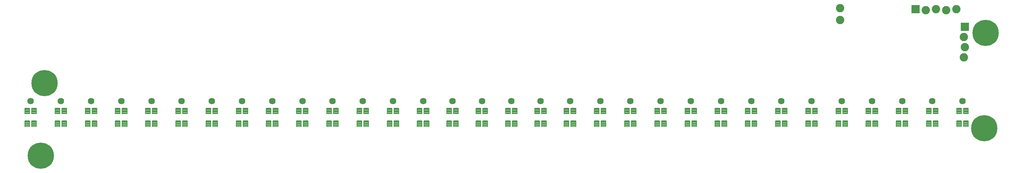
<source format=gbs>
G75*
G70*
%OFA0B0*%
%FSLAX24Y24*%
%IPPOS*%
%LPD*%
%AMOC8*
5,1,8,0,0,1.08239X$1,22.5*
%
%ADD10C,0.2580*%
%ADD11R,0.0820X0.0820*%
%ADD12C,0.0820*%
%ADD13C,0.0083*%
%ADD14C,0.0640*%
D10*
X002545Y002706D03*
X002925Y009846D03*
X095045Y005406D03*
X095185Y014766D03*
D11*
X093135Y015366D03*
X088325Y017126D03*
D12*
X089325Y017026D03*
X090325Y017126D03*
X091325Y017026D03*
X092325Y017126D03*
X080925Y017196D03*
X080925Y016056D03*
X093035Y014366D03*
X093135Y013366D03*
X093035Y012366D03*
D13*
X093010Y007380D02*
X093480Y007380D01*
X093480Y006832D01*
X093010Y006832D01*
X093010Y007380D01*
X093010Y006914D02*
X093480Y006914D01*
X093480Y006996D02*
X093010Y006996D01*
X093010Y007078D02*
X093480Y007078D01*
X093480Y007160D02*
X093010Y007160D01*
X093010Y007242D02*
X093480Y007242D01*
X093480Y007324D02*
X093010Y007324D01*
X092810Y007380D02*
X092340Y007380D01*
X092810Y007380D02*
X092810Y006832D01*
X092340Y006832D01*
X092340Y007380D01*
X092340Y006914D02*
X092810Y006914D01*
X092810Y006996D02*
X092340Y006996D01*
X092340Y007078D02*
X092810Y007078D01*
X092810Y007160D02*
X092340Y007160D01*
X092340Y007242D02*
X092810Y007242D01*
X092810Y007324D02*
X092340Y007324D01*
X090520Y007380D02*
X090050Y007380D01*
X090520Y007380D02*
X090520Y006832D01*
X090050Y006832D01*
X090050Y007380D01*
X090050Y006914D02*
X090520Y006914D01*
X090520Y006996D02*
X090050Y006996D01*
X090050Y007078D02*
X090520Y007078D01*
X090520Y007160D02*
X090050Y007160D01*
X090050Y007242D02*
X090520Y007242D01*
X090520Y007324D02*
X090050Y007324D01*
X089850Y007380D02*
X089380Y007380D01*
X089850Y007380D02*
X089850Y006832D01*
X089380Y006832D01*
X089380Y007380D01*
X089380Y006914D02*
X089850Y006914D01*
X089850Y006996D02*
X089380Y006996D01*
X089380Y007078D02*
X089850Y007078D01*
X089850Y007160D02*
X089380Y007160D01*
X089380Y007242D02*
X089850Y007242D01*
X089850Y007324D02*
X089380Y007324D01*
X087560Y007380D02*
X087090Y007380D01*
X087560Y007380D02*
X087560Y006832D01*
X087090Y006832D01*
X087090Y007380D01*
X087090Y006914D02*
X087560Y006914D01*
X087560Y006996D02*
X087090Y006996D01*
X087090Y007078D02*
X087560Y007078D01*
X087560Y007160D02*
X087090Y007160D01*
X087090Y007242D02*
X087560Y007242D01*
X087560Y007324D02*
X087090Y007324D01*
X086890Y007380D02*
X086420Y007380D01*
X086890Y007380D02*
X086890Y006832D01*
X086420Y006832D01*
X086420Y007380D01*
X086420Y006914D02*
X086890Y006914D01*
X086890Y006996D02*
X086420Y006996D01*
X086420Y007078D02*
X086890Y007078D01*
X086890Y007160D02*
X086420Y007160D01*
X086420Y007242D02*
X086890Y007242D01*
X086890Y007324D02*
X086420Y007324D01*
X084600Y007380D02*
X084130Y007380D01*
X084600Y007380D02*
X084600Y006832D01*
X084130Y006832D01*
X084130Y007380D01*
X084130Y006914D02*
X084600Y006914D01*
X084600Y006996D02*
X084130Y006996D01*
X084130Y007078D02*
X084600Y007078D01*
X084600Y007160D02*
X084130Y007160D01*
X084130Y007242D02*
X084600Y007242D01*
X084600Y007324D02*
X084130Y007324D01*
X083930Y007380D02*
X083460Y007380D01*
X083930Y007380D02*
X083930Y006832D01*
X083460Y006832D01*
X083460Y007380D01*
X083460Y006914D02*
X083930Y006914D01*
X083930Y006996D02*
X083460Y006996D01*
X083460Y007078D02*
X083930Y007078D01*
X083930Y007160D02*
X083460Y007160D01*
X083460Y007242D02*
X083930Y007242D01*
X083930Y007324D02*
X083460Y007324D01*
X081640Y007380D02*
X081170Y007380D01*
X081640Y007380D02*
X081640Y006832D01*
X081170Y006832D01*
X081170Y007380D01*
X081170Y006914D02*
X081640Y006914D01*
X081640Y006996D02*
X081170Y006996D01*
X081170Y007078D02*
X081640Y007078D01*
X081640Y007160D02*
X081170Y007160D01*
X081170Y007242D02*
X081640Y007242D01*
X081640Y007324D02*
X081170Y007324D01*
X080970Y007380D02*
X080500Y007380D01*
X080970Y007380D02*
X080970Y006832D01*
X080500Y006832D01*
X080500Y007380D01*
X080500Y006914D02*
X080970Y006914D01*
X080970Y006996D02*
X080500Y006996D01*
X080500Y007078D02*
X080970Y007078D01*
X080970Y007160D02*
X080500Y007160D01*
X080500Y007242D02*
X080970Y007242D01*
X080970Y007324D02*
X080500Y007324D01*
X078680Y007380D02*
X078210Y007380D01*
X078680Y007380D02*
X078680Y006832D01*
X078210Y006832D01*
X078210Y007380D01*
X078210Y006914D02*
X078680Y006914D01*
X078680Y006996D02*
X078210Y006996D01*
X078210Y007078D02*
X078680Y007078D01*
X078680Y007160D02*
X078210Y007160D01*
X078210Y007242D02*
X078680Y007242D01*
X078680Y007324D02*
X078210Y007324D01*
X078010Y007380D02*
X077540Y007380D01*
X078010Y007380D02*
X078010Y006832D01*
X077540Y006832D01*
X077540Y007380D01*
X077540Y006914D02*
X078010Y006914D01*
X078010Y006996D02*
X077540Y006996D01*
X077540Y007078D02*
X078010Y007078D01*
X078010Y007160D02*
X077540Y007160D01*
X077540Y007242D02*
X078010Y007242D01*
X078010Y007324D02*
X077540Y007324D01*
X075720Y007380D02*
X075250Y007380D01*
X075720Y007380D02*
X075720Y006832D01*
X075250Y006832D01*
X075250Y007380D01*
X075250Y006914D02*
X075720Y006914D01*
X075720Y006996D02*
X075250Y006996D01*
X075250Y007078D02*
X075720Y007078D01*
X075720Y007160D02*
X075250Y007160D01*
X075250Y007242D02*
X075720Y007242D01*
X075720Y007324D02*
X075250Y007324D01*
X075050Y007380D02*
X074580Y007380D01*
X075050Y007380D02*
X075050Y006832D01*
X074580Y006832D01*
X074580Y007380D01*
X074580Y006914D02*
X075050Y006914D01*
X075050Y006996D02*
X074580Y006996D01*
X074580Y007078D02*
X075050Y007078D01*
X075050Y007160D02*
X074580Y007160D01*
X074580Y007242D02*
X075050Y007242D01*
X075050Y007324D02*
X074580Y007324D01*
X072760Y007380D02*
X072290Y007380D01*
X072760Y007380D02*
X072760Y006832D01*
X072290Y006832D01*
X072290Y007380D01*
X072290Y006914D02*
X072760Y006914D01*
X072760Y006996D02*
X072290Y006996D01*
X072290Y007078D02*
X072760Y007078D01*
X072760Y007160D02*
X072290Y007160D01*
X072290Y007242D02*
X072760Y007242D01*
X072760Y007324D02*
X072290Y007324D01*
X072090Y007380D02*
X071620Y007380D01*
X072090Y007380D02*
X072090Y006832D01*
X071620Y006832D01*
X071620Y007380D01*
X071620Y006914D02*
X072090Y006914D01*
X072090Y006996D02*
X071620Y006996D01*
X071620Y007078D02*
X072090Y007078D01*
X072090Y007160D02*
X071620Y007160D01*
X071620Y007242D02*
X072090Y007242D01*
X072090Y007324D02*
X071620Y007324D01*
X069800Y007380D02*
X069330Y007380D01*
X069800Y007380D02*
X069800Y006832D01*
X069330Y006832D01*
X069330Y007380D01*
X069330Y006914D02*
X069800Y006914D01*
X069800Y006996D02*
X069330Y006996D01*
X069330Y007078D02*
X069800Y007078D01*
X069800Y007160D02*
X069330Y007160D01*
X069330Y007242D02*
X069800Y007242D01*
X069800Y007324D02*
X069330Y007324D01*
X069130Y007380D02*
X068660Y007380D01*
X069130Y007380D02*
X069130Y006832D01*
X068660Y006832D01*
X068660Y007380D01*
X068660Y006914D02*
X069130Y006914D01*
X069130Y006996D02*
X068660Y006996D01*
X068660Y007078D02*
X069130Y007078D01*
X069130Y007160D02*
X068660Y007160D01*
X068660Y007242D02*
X069130Y007242D01*
X069130Y007324D02*
X068660Y007324D01*
X066840Y007380D02*
X066370Y007380D01*
X066840Y007380D02*
X066840Y006832D01*
X066370Y006832D01*
X066370Y007380D01*
X066370Y006914D02*
X066840Y006914D01*
X066840Y006996D02*
X066370Y006996D01*
X066370Y007078D02*
X066840Y007078D01*
X066840Y007160D02*
X066370Y007160D01*
X066370Y007242D02*
X066840Y007242D01*
X066840Y007324D02*
X066370Y007324D01*
X066170Y007380D02*
X065700Y007380D01*
X066170Y007380D02*
X066170Y006832D01*
X065700Y006832D01*
X065700Y007380D01*
X065700Y006914D02*
X066170Y006914D01*
X066170Y006996D02*
X065700Y006996D01*
X065700Y007078D02*
X066170Y007078D01*
X066170Y007160D02*
X065700Y007160D01*
X065700Y007242D02*
X066170Y007242D01*
X066170Y007324D02*
X065700Y007324D01*
X063880Y007380D02*
X063410Y007380D01*
X063880Y007380D02*
X063880Y006832D01*
X063410Y006832D01*
X063410Y007380D01*
X063410Y006914D02*
X063880Y006914D01*
X063880Y006996D02*
X063410Y006996D01*
X063410Y007078D02*
X063880Y007078D01*
X063880Y007160D02*
X063410Y007160D01*
X063410Y007242D02*
X063880Y007242D01*
X063880Y007324D02*
X063410Y007324D01*
X063210Y007380D02*
X062740Y007380D01*
X063210Y007380D02*
X063210Y006832D01*
X062740Y006832D01*
X062740Y007380D01*
X062740Y006914D02*
X063210Y006914D01*
X063210Y006996D02*
X062740Y006996D01*
X062740Y007078D02*
X063210Y007078D01*
X063210Y007160D02*
X062740Y007160D01*
X062740Y007242D02*
X063210Y007242D01*
X063210Y007324D02*
X062740Y007324D01*
X060920Y007380D02*
X060450Y007380D01*
X060920Y007380D02*
X060920Y006832D01*
X060450Y006832D01*
X060450Y007380D01*
X060450Y006914D02*
X060920Y006914D01*
X060920Y006996D02*
X060450Y006996D01*
X060450Y007078D02*
X060920Y007078D01*
X060920Y007160D02*
X060450Y007160D01*
X060450Y007242D02*
X060920Y007242D01*
X060920Y007324D02*
X060450Y007324D01*
X060250Y007380D02*
X059780Y007380D01*
X060250Y007380D02*
X060250Y006832D01*
X059780Y006832D01*
X059780Y007380D01*
X059780Y006914D02*
X060250Y006914D01*
X060250Y006996D02*
X059780Y006996D01*
X059780Y007078D02*
X060250Y007078D01*
X060250Y007160D02*
X059780Y007160D01*
X059780Y007242D02*
X060250Y007242D01*
X060250Y007324D02*
X059780Y007324D01*
X057960Y007380D02*
X057490Y007380D01*
X057960Y007380D02*
X057960Y006832D01*
X057490Y006832D01*
X057490Y007380D01*
X057490Y006914D02*
X057960Y006914D01*
X057960Y006996D02*
X057490Y006996D01*
X057490Y007078D02*
X057960Y007078D01*
X057960Y007160D02*
X057490Y007160D01*
X057490Y007242D02*
X057960Y007242D01*
X057960Y007324D02*
X057490Y007324D01*
X057290Y007380D02*
X056820Y007380D01*
X057290Y007380D02*
X057290Y006832D01*
X056820Y006832D01*
X056820Y007380D01*
X056820Y006914D02*
X057290Y006914D01*
X057290Y006996D02*
X056820Y006996D01*
X056820Y007078D02*
X057290Y007078D01*
X057290Y007160D02*
X056820Y007160D01*
X056820Y007242D02*
X057290Y007242D01*
X057290Y007324D02*
X056820Y007324D01*
X055000Y007380D02*
X054530Y007380D01*
X055000Y007380D02*
X055000Y006832D01*
X054530Y006832D01*
X054530Y007380D01*
X054530Y006914D02*
X055000Y006914D01*
X055000Y006996D02*
X054530Y006996D01*
X054530Y007078D02*
X055000Y007078D01*
X055000Y007160D02*
X054530Y007160D01*
X054530Y007242D02*
X055000Y007242D01*
X055000Y007324D02*
X054530Y007324D01*
X054330Y007380D02*
X053860Y007380D01*
X054330Y007380D02*
X054330Y006832D01*
X053860Y006832D01*
X053860Y007380D01*
X053860Y006914D02*
X054330Y006914D01*
X054330Y006996D02*
X053860Y006996D01*
X053860Y007078D02*
X054330Y007078D01*
X054330Y007160D02*
X053860Y007160D01*
X053860Y007242D02*
X054330Y007242D01*
X054330Y007324D02*
X053860Y007324D01*
X052120Y007380D02*
X051650Y007380D01*
X052120Y007380D02*
X052120Y006832D01*
X051650Y006832D01*
X051650Y007380D01*
X051650Y006914D02*
X052120Y006914D01*
X052120Y006996D02*
X051650Y006996D01*
X051650Y007078D02*
X052120Y007078D01*
X052120Y007160D02*
X051650Y007160D01*
X051650Y007242D02*
X052120Y007242D01*
X052120Y007324D02*
X051650Y007324D01*
X051450Y007380D02*
X050980Y007380D01*
X051450Y007380D02*
X051450Y006832D01*
X050980Y006832D01*
X050980Y007380D01*
X050980Y006914D02*
X051450Y006914D01*
X051450Y006996D02*
X050980Y006996D01*
X050980Y007078D02*
X051450Y007078D01*
X051450Y007160D02*
X050980Y007160D01*
X050980Y007242D02*
X051450Y007242D01*
X051450Y007324D02*
X050980Y007324D01*
X049240Y007380D02*
X048770Y007380D01*
X049240Y007380D02*
X049240Y006832D01*
X048770Y006832D01*
X048770Y007380D01*
X048770Y006914D02*
X049240Y006914D01*
X049240Y006996D02*
X048770Y006996D01*
X048770Y007078D02*
X049240Y007078D01*
X049240Y007160D02*
X048770Y007160D01*
X048770Y007242D02*
X049240Y007242D01*
X049240Y007324D02*
X048770Y007324D01*
X048570Y007380D02*
X048100Y007380D01*
X048570Y007380D02*
X048570Y006832D01*
X048100Y006832D01*
X048100Y007380D01*
X048100Y006914D02*
X048570Y006914D01*
X048570Y006996D02*
X048100Y006996D01*
X048100Y007078D02*
X048570Y007078D01*
X048570Y007160D02*
X048100Y007160D01*
X048100Y007242D02*
X048570Y007242D01*
X048570Y007324D02*
X048100Y007324D01*
X046360Y007380D02*
X045890Y007380D01*
X046360Y007380D02*
X046360Y006832D01*
X045890Y006832D01*
X045890Y007380D01*
X045890Y006914D02*
X046360Y006914D01*
X046360Y006996D02*
X045890Y006996D01*
X045890Y007078D02*
X046360Y007078D01*
X046360Y007160D02*
X045890Y007160D01*
X045890Y007242D02*
X046360Y007242D01*
X046360Y007324D02*
X045890Y007324D01*
X045690Y007380D02*
X045220Y007380D01*
X045690Y007380D02*
X045690Y006832D01*
X045220Y006832D01*
X045220Y007380D01*
X045220Y006914D02*
X045690Y006914D01*
X045690Y006996D02*
X045220Y006996D01*
X045220Y007078D02*
X045690Y007078D01*
X045690Y007160D02*
X045220Y007160D01*
X045220Y007242D02*
X045690Y007242D01*
X045690Y007324D02*
X045220Y007324D01*
X043480Y007380D02*
X043010Y007380D01*
X043480Y007380D02*
X043480Y006832D01*
X043010Y006832D01*
X043010Y007380D01*
X043010Y006914D02*
X043480Y006914D01*
X043480Y006996D02*
X043010Y006996D01*
X043010Y007078D02*
X043480Y007078D01*
X043480Y007160D02*
X043010Y007160D01*
X043010Y007242D02*
X043480Y007242D01*
X043480Y007324D02*
X043010Y007324D01*
X042810Y007380D02*
X042340Y007380D01*
X042810Y007380D02*
X042810Y006832D01*
X042340Y006832D01*
X042340Y007380D01*
X042340Y006914D02*
X042810Y006914D01*
X042810Y006996D02*
X042340Y006996D01*
X042340Y007078D02*
X042810Y007078D01*
X042810Y007160D02*
X042340Y007160D01*
X042340Y007242D02*
X042810Y007242D01*
X042810Y007324D02*
X042340Y007324D01*
X040600Y007380D02*
X040130Y007380D01*
X040600Y007380D02*
X040600Y006832D01*
X040130Y006832D01*
X040130Y007380D01*
X040130Y006914D02*
X040600Y006914D01*
X040600Y006996D02*
X040130Y006996D01*
X040130Y007078D02*
X040600Y007078D01*
X040600Y007160D02*
X040130Y007160D01*
X040130Y007242D02*
X040600Y007242D01*
X040600Y007324D02*
X040130Y007324D01*
X039930Y007380D02*
X039460Y007380D01*
X039930Y007380D02*
X039930Y006832D01*
X039460Y006832D01*
X039460Y007380D01*
X039460Y006914D02*
X039930Y006914D01*
X039930Y006996D02*
X039460Y006996D01*
X039460Y007078D02*
X039930Y007078D01*
X039930Y007160D02*
X039460Y007160D01*
X039460Y007242D02*
X039930Y007242D01*
X039930Y007324D02*
X039460Y007324D01*
X037640Y007380D02*
X037170Y007380D01*
X037640Y007380D02*
X037640Y006832D01*
X037170Y006832D01*
X037170Y007380D01*
X037170Y006914D02*
X037640Y006914D01*
X037640Y006996D02*
X037170Y006996D01*
X037170Y007078D02*
X037640Y007078D01*
X037640Y007160D02*
X037170Y007160D01*
X037170Y007242D02*
X037640Y007242D01*
X037640Y007324D02*
X037170Y007324D01*
X036970Y007380D02*
X036500Y007380D01*
X036970Y007380D02*
X036970Y006832D01*
X036500Y006832D01*
X036500Y007380D01*
X036500Y006914D02*
X036970Y006914D01*
X036970Y006996D02*
X036500Y006996D01*
X036500Y007078D02*
X036970Y007078D01*
X036970Y007160D02*
X036500Y007160D01*
X036500Y007242D02*
X036970Y007242D01*
X036970Y007324D02*
X036500Y007324D01*
X034680Y007380D02*
X034210Y007380D01*
X034680Y007380D02*
X034680Y006832D01*
X034210Y006832D01*
X034210Y007380D01*
X034210Y006914D02*
X034680Y006914D01*
X034680Y006996D02*
X034210Y006996D01*
X034210Y007078D02*
X034680Y007078D01*
X034680Y007160D02*
X034210Y007160D01*
X034210Y007242D02*
X034680Y007242D01*
X034680Y007324D02*
X034210Y007324D01*
X034010Y007380D02*
X033540Y007380D01*
X034010Y007380D02*
X034010Y006832D01*
X033540Y006832D01*
X033540Y007380D01*
X033540Y006914D02*
X034010Y006914D01*
X034010Y006996D02*
X033540Y006996D01*
X033540Y007078D02*
X034010Y007078D01*
X034010Y007160D02*
X033540Y007160D01*
X033540Y007242D02*
X034010Y007242D01*
X034010Y007324D02*
X033540Y007324D01*
X031720Y007380D02*
X031250Y007380D01*
X031720Y007380D02*
X031720Y006832D01*
X031250Y006832D01*
X031250Y007380D01*
X031250Y006914D02*
X031720Y006914D01*
X031720Y006996D02*
X031250Y006996D01*
X031250Y007078D02*
X031720Y007078D01*
X031720Y007160D02*
X031250Y007160D01*
X031250Y007242D02*
X031720Y007242D01*
X031720Y007324D02*
X031250Y007324D01*
X031050Y007380D02*
X030580Y007380D01*
X031050Y007380D02*
X031050Y006832D01*
X030580Y006832D01*
X030580Y007380D01*
X030580Y006914D02*
X031050Y006914D01*
X031050Y006996D02*
X030580Y006996D01*
X030580Y007078D02*
X031050Y007078D01*
X031050Y007160D02*
X030580Y007160D01*
X030580Y007242D02*
X031050Y007242D01*
X031050Y007324D02*
X030580Y007324D01*
X028760Y007380D02*
X028290Y007380D01*
X028760Y007380D02*
X028760Y006832D01*
X028290Y006832D01*
X028290Y007380D01*
X028290Y006914D02*
X028760Y006914D01*
X028760Y006996D02*
X028290Y006996D01*
X028290Y007078D02*
X028760Y007078D01*
X028760Y007160D02*
X028290Y007160D01*
X028290Y007242D02*
X028760Y007242D01*
X028760Y007324D02*
X028290Y007324D01*
X028090Y007380D02*
X027620Y007380D01*
X028090Y007380D02*
X028090Y006832D01*
X027620Y006832D01*
X027620Y007380D01*
X027620Y006914D02*
X028090Y006914D01*
X028090Y006996D02*
X027620Y006996D01*
X027620Y007078D02*
X028090Y007078D01*
X028090Y007160D02*
X027620Y007160D01*
X027620Y007242D02*
X028090Y007242D01*
X028090Y007324D02*
X027620Y007324D01*
X025800Y007380D02*
X025330Y007380D01*
X025800Y007380D02*
X025800Y006832D01*
X025330Y006832D01*
X025330Y007380D01*
X025330Y006914D02*
X025800Y006914D01*
X025800Y006996D02*
X025330Y006996D01*
X025330Y007078D02*
X025800Y007078D01*
X025800Y007160D02*
X025330Y007160D01*
X025330Y007242D02*
X025800Y007242D01*
X025800Y007324D02*
X025330Y007324D01*
X025130Y007380D02*
X024660Y007380D01*
X025130Y007380D02*
X025130Y006832D01*
X024660Y006832D01*
X024660Y007380D01*
X024660Y006914D02*
X025130Y006914D01*
X025130Y006996D02*
X024660Y006996D01*
X024660Y007078D02*
X025130Y007078D01*
X025130Y007160D02*
X024660Y007160D01*
X024660Y007242D02*
X025130Y007242D01*
X025130Y007324D02*
X024660Y007324D01*
X022840Y007380D02*
X022370Y007380D01*
X022840Y007380D02*
X022840Y006832D01*
X022370Y006832D01*
X022370Y007380D01*
X022370Y006914D02*
X022840Y006914D01*
X022840Y006996D02*
X022370Y006996D01*
X022370Y007078D02*
X022840Y007078D01*
X022840Y007160D02*
X022370Y007160D01*
X022370Y007242D02*
X022840Y007242D01*
X022840Y007324D02*
X022370Y007324D01*
X022170Y007380D02*
X021700Y007380D01*
X022170Y007380D02*
X022170Y006832D01*
X021700Y006832D01*
X021700Y007380D01*
X021700Y006914D02*
X022170Y006914D01*
X022170Y006996D02*
X021700Y006996D01*
X021700Y007078D02*
X022170Y007078D01*
X022170Y007160D02*
X021700Y007160D01*
X021700Y007242D02*
X022170Y007242D01*
X022170Y007324D02*
X021700Y007324D01*
X019880Y007380D02*
X019410Y007380D01*
X019880Y007380D02*
X019880Y006832D01*
X019410Y006832D01*
X019410Y007380D01*
X019410Y006914D02*
X019880Y006914D01*
X019880Y006996D02*
X019410Y006996D01*
X019410Y007078D02*
X019880Y007078D01*
X019880Y007160D02*
X019410Y007160D01*
X019410Y007242D02*
X019880Y007242D01*
X019880Y007324D02*
X019410Y007324D01*
X019210Y007380D02*
X018740Y007380D01*
X019210Y007380D02*
X019210Y006832D01*
X018740Y006832D01*
X018740Y007380D01*
X018740Y006914D02*
X019210Y006914D01*
X019210Y006996D02*
X018740Y006996D01*
X018740Y007078D02*
X019210Y007078D01*
X019210Y007160D02*
X018740Y007160D01*
X018740Y007242D02*
X019210Y007242D01*
X019210Y007324D02*
X018740Y007324D01*
X016920Y007380D02*
X016450Y007380D01*
X016920Y007380D02*
X016920Y006832D01*
X016450Y006832D01*
X016450Y007380D01*
X016450Y006914D02*
X016920Y006914D01*
X016920Y006996D02*
X016450Y006996D01*
X016450Y007078D02*
X016920Y007078D01*
X016920Y007160D02*
X016450Y007160D01*
X016450Y007242D02*
X016920Y007242D01*
X016920Y007324D02*
X016450Y007324D01*
X016250Y007380D02*
X015780Y007380D01*
X016250Y007380D02*
X016250Y006832D01*
X015780Y006832D01*
X015780Y007380D01*
X015780Y006914D02*
X016250Y006914D01*
X016250Y006996D02*
X015780Y006996D01*
X015780Y007078D02*
X016250Y007078D01*
X016250Y007160D02*
X015780Y007160D01*
X015780Y007242D02*
X016250Y007242D01*
X016250Y007324D02*
X015780Y007324D01*
X013960Y007380D02*
X013490Y007380D01*
X013960Y007380D02*
X013960Y006832D01*
X013490Y006832D01*
X013490Y007380D01*
X013490Y006914D02*
X013960Y006914D01*
X013960Y006996D02*
X013490Y006996D01*
X013490Y007078D02*
X013960Y007078D01*
X013960Y007160D02*
X013490Y007160D01*
X013490Y007242D02*
X013960Y007242D01*
X013960Y007324D02*
X013490Y007324D01*
X013290Y007380D02*
X012820Y007380D01*
X013290Y007380D02*
X013290Y006832D01*
X012820Y006832D01*
X012820Y007380D01*
X012820Y006914D02*
X013290Y006914D01*
X013290Y006996D02*
X012820Y006996D01*
X012820Y007078D02*
X013290Y007078D01*
X013290Y007160D02*
X012820Y007160D01*
X012820Y007242D02*
X013290Y007242D01*
X013290Y007324D02*
X012820Y007324D01*
X011000Y007380D02*
X010530Y007380D01*
X011000Y007380D02*
X011000Y006832D01*
X010530Y006832D01*
X010530Y007380D01*
X010530Y006914D02*
X011000Y006914D01*
X011000Y006996D02*
X010530Y006996D01*
X010530Y007078D02*
X011000Y007078D01*
X011000Y007160D02*
X010530Y007160D01*
X010530Y007242D02*
X011000Y007242D01*
X011000Y007324D02*
X010530Y007324D01*
X010330Y007380D02*
X009860Y007380D01*
X010330Y007380D02*
X010330Y006832D01*
X009860Y006832D01*
X009860Y007380D01*
X009860Y006914D02*
X010330Y006914D01*
X010330Y006996D02*
X009860Y006996D01*
X009860Y007078D02*
X010330Y007078D01*
X010330Y007160D02*
X009860Y007160D01*
X009860Y007242D02*
X010330Y007242D01*
X010330Y007324D02*
X009860Y007324D01*
X008040Y007380D02*
X007570Y007380D01*
X008040Y007380D02*
X008040Y006832D01*
X007570Y006832D01*
X007570Y007380D01*
X007570Y006914D02*
X008040Y006914D01*
X008040Y006996D02*
X007570Y006996D01*
X007570Y007078D02*
X008040Y007078D01*
X008040Y007160D02*
X007570Y007160D01*
X007570Y007242D02*
X008040Y007242D01*
X008040Y007324D02*
X007570Y007324D01*
X007370Y007380D02*
X006900Y007380D01*
X007370Y007380D02*
X007370Y006832D01*
X006900Y006832D01*
X006900Y007380D01*
X006900Y006914D02*
X007370Y006914D01*
X007370Y006996D02*
X006900Y006996D01*
X006900Y007078D02*
X007370Y007078D01*
X007370Y007160D02*
X006900Y007160D01*
X006900Y007242D02*
X007370Y007242D01*
X007370Y007324D02*
X006900Y007324D01*
X005080Y007380D02*
X004610Y007380D01*
X005080Y007380D02*
X005080Y006832D01*
X004610Y006832D01*
X004610Y007380D01*
X004610Y006914D02*
X005080Y006914D01*
X005080Y006996D02*
X004610Y006996D01*
X004610Y007078D02*
X005080Y007078D01*
X005080Y007160D02*
X004610Y007160D01*
X004610Y007242D02*
X005080Y007242D01*
X005080Y007324D02*
X004610Y007324D01*
X004410Y007380D02*
X003940Y007380D01*
X004410Y007380D02*
X004410Y006832D01*
X003940Y006832D01*
X003940Y007380D01*
X003940Y006914D02*
X004410Y006914D01*
X004410Y006996D02*
X003940Y006996D01*
X003940Y007078D02*
X004410Y007078D01*
X004410Y007160D02*
X003940Y007160D01*
X003940Y007242D02*
X004410Y007242D01*
X004410Y007324D02*
X003940Y007324D01*
X002120Y007380D02*
X001650Y007380D01*
X002120Y007380D02*
X002120Y006832D01*
X001650Y006832D01*
X001650Y007380D01*
X001650Y006914D02*
X002120Y006914D01*
X002120Y006996D02*
X001650Y006996D01*
X001650Y007078D02*
X002120Y007078D01*
X002120Y007160D02*
X001650Y007160D01*
X001650Y007242D02*
X002120Y007242D01*
X002120Y007324D02*
X001650Y007324D01*
X001450Y007380D02*
X000980Y007380D01*
X001450Y007380D02*
X001450Y006832D01*
X000980Y006832D01*
X000980Y007380D01*
X000980Y006914D02*
X001450Y006914D01*
X001450Y006996D02*
X000980Y006996D01*
X000980Y007078D02*
X001450Y007078D01*
X001450Y007160D02*
X000980Y007160D01*
X000980Y007242D02*
X001450Y007242D01*
X001450Y007324D02*
X000980Y007324D01*
X000980Y006140D02*
X001450Y006140D01*
X001450Y005592D01*
X000980Y005592D01*
X000980Y006140D01*
X000980Y005674D02*
X001450Y005674D01*
X001450Y005756D02*
X000980Y005756D01*
X000980Y005838D02*
X001450Y005838D01*
X001450Y005920D02*
X000980Y005920D01*
X000980Y006002D02*
X001450Y006002D01*
X001450Y006084D02*
X000980Y006084D01*
X001650Y006140D02*
X002120Y006140D01*
X002120Y005592D01*
X001650Y005592D01*
X001650Y006140D01*
X001650Y005674D02*
X002120Y005674D01*
X002120Y005756D02*
X001650Y005756D01*
X001650Y005838D02*
X002120Y005838D01*
X002120Y005920D02*
X001650Y005920D01*
X001650Y006002D02*
X002120Y006002D01*
X002120Y006084D02*
X001650Y006084D01*
X003940Y006140D02*
X004410Y006140D01*
X004410Y005592D01*
X003940Y005592D01*
X003940Y006140D01*
X003940Y005674D02*
X004410Y005674D01*
X004410Y005756D02*
X003940Y005756D01*
X003940Y005838D02*
X004410Y005838D01*
X004410Y005920D02*
X003940Y005920D01*
X003940Y006002D02*
X004410Y006002D01*
X004410Y006084D02*
X003940Y006084D01*
X004610Y006140D02*
X005080Y006140D01*
X005080Y005592D01*
X004610Y005592D01*
X004610Y006140D01*
X004610Y005674D02*
X005080Y005674D01*
X005080Y005756D02*
X004610Y005756D01*
X004610Y005838D02*
X005080Y005838D01*
X005080Y005920D02*
X004610Y005920D01*
X004610Y006002D02*
X005080Y006002D01*
X005080Y006084D02*
X004610Y006084D01*
X006900Y006140D02*
X007370Y006140D01*
X007370Y005592D01*
X006900Y005592D01*
X006900Y006140D01*
X006900Y005674D02*
X007370Y005674D01*
X007370Y005756D02*
X006900Y005756D01*
X006900Y005838D02*
X007370Y005838D01*
X007370Y005920D02*
X006900Y005920D01*
X006900Y006002D02*
X007370Y006002D01*
X007370Y006084D02*
X006900Y006084D01*
X007570Y006140D02*
X008040Y006140D01*
X008040Y005592D01*
X007570Y005592D01*
X007570Y006140D01*
X007570Y005674D02*
X008040Y005674D01*
X008040Y005756D02*
X007570Y005756D01*
X007570Y005838D02*
X008040Y005838D01*
X008040Y005920D02*
X007570Y005920D01*
X007570Y006002D02*
X008040Y006002D01*
X008040Y006084D02*
X007570Y006084D01*
X009860Y006140D02*
X010330Y006140D01*
X010330Y005592D01*
X009860Y005592D01*
X009860Y006140D01*
X009860Y005674D02*
X010330Y005674D01*
X010330Y005756D02*
X009860Y005756D01*
X009860Y005838D02*
X010330Y005838D01*
X010330Y005920D02*
X009860Y005920D01*
X009860Y006002D02*
X010330Y006002D01*
X010330Y006084D02*
X009860Y006084D01*
X010530Y006140D02*
X011000Y006140D01*
X011000Y005592D01*
X010530Y005592D01*
X010530Y006140D01*
X010530Y005674D02*
X011000Y005674D01*
X011000Y005756D02*
X010530Y005756D01*
X010530Y005838D02*
X011000Y005838D01*
X011000Y005920D02*
X010530Y005920D01*
X010530Y006002D02*
X011000Y006002D01*
X011000Y006084D02*
X010530Y006084D01*
X012820Y006140D02*
X013290Y006140D01*
X013290Y005592D01*
X012820Y005592D01*
X012820Y006140D01*
X012820Y005674D02*
X013290Y005674D01*
X013290Y005756D02*
X012820Y005756D01*
X012820Y005838D02*
X013290Y005838D01*
X013290Y005920D02*
X012820Y005920D01*
X012820Y006002D02*
X013290Y006002D01*
X013290Y006084D02*
X012820Y006084D01*
X013490Y006140D02*
X013960Y006140D01*
X013960Y005592D01*
X013490Y005592D01*
X013490Y006140D01*
X013490Y005674D02*
X013960Y005674D01*
X013960Y005756D02*
X013490Y005756D01*
X013490Y005838D02*
X013960Y005838D01*
X013960Y005920D02*
X013490Y005920D01*
X013490Y006002D02*
X013960Y006002D01*
X013960Y006084D02*
X013490Y006084D01*
X015780Y006140D02*
X016250Y006140D01*
X016250Y005592D01*
X015780Y005592D01*
X015780Y006140D01*
X015780Y005674D02*
X016250Y005674D01*
X016250Y005756D02*
X015780Y005756D01*
X015780Y005838D02*
X016250Y005838D01*
X016250Y005920D02*
X015780Y005920D01*
X015780Y006002D02*
X016250Y006002D01*
X016250Y006084D02*
X015780Y006084D01*
X016450Y006140D02*
X016920Y006140D01*
X016920Y005592D01*
X016450Y005592D01*
X016450Y006140D01*
X016450Y005674D02*
X016920Y005674D01*
X016920Y005756D02*
X016450Y005756D01*
X016450Y005838D02*
X016920Y005838D01*
X016920Y005920D02*
X016450Y005920D01*
X016450Y006002D02*
X016920Y006002D01*
X016920Y006084D02*
X016450Y006084D01*
X018740Y006140D02*
X019210Y006140D01*
X019210Y005592D01*
X018740Y005592D01*
X018740Y006140D01*
X018740Y005674D02*
X019210Y005674D01*
X019210Y005756D02*
X018740Y005756D01*
X018740Y005838D02*
X019210Y005838D01*
X019210Y005920D02*
X018740Y005920D01*
X018740Y006002D02*
X019210Y006002D01*
X019210Y006084D02*
X018740Y006084D01*
X019410Y006140D02*
X019880Y006140D01*
X019880Y005592D01*
X019410Y005592D01*
X019410Y006140D01*
X019410Y005674D02*
X019880Y005674D01*
X019880Y005756D02*
X019410Y005756D01*
X019410Y005838D02*
X019880Y005838D01*
X019880Y005920D02*
X019410Y005920D01*
X019410Y006002D02*
X019880Y006002D01*
X019880Y006084D02*
X019410Y006084D01*
X021700Y006140D02*
X022170Y006140D01*
X022170Y005592D01*
X021700Y005592D01*
X021700Y006140D01*
X021700Y005674D02*
X022170Y005674D01*
X022170Y005756D02*
X021700Y005756D01*
X021700Y005838D02*
X022170Y005838D01*
X022170Y005920D02*
X021700Y005920D01*
X021700Y006002D02*
X022170Y006002D01*
X022170Y006084D02*
X021700Y006084D01*
X022370Y006140D02*
X022840Y006140D01*
X022840Y005592D01*
X022370Y005592D01*
X022370Y006140D01*
X022370Y005674D02*
X022840Y005674D01*
X022840Y005756D02*
X022370Y005756D01*
X022370Y005838D02*
X022840Y005838D01*
X022840Y005920D02*
X022370Y005920D01*
X022370Y006002D02*
X022840Y006002D01*
X022840Y006084D02*
X022370Y006084D01*
X024660Y006140D02*
X025130Y006140D01*
X025130Y005592D01*
X024660Y005592D01*
X024660Y006140D01*
X024660Y005674D02*
X025130Y005674D01*
X025130Y005756D02*
X024660Y005756D01*
X024660Y005838D02*
X025130Y005838D01*
X025130Y005920D02*
X024660Y005920D01*
X024660Y006002D02*
X025130Y006002D01*
X025130Y006084D02*
X024660Y006084D01*
X025330Y006140D02*
X025800Y006140D01*
X025800Y005592D01*
X025330Y005592D01*
X025330Y006140D01*
X025330Y005674D02*
X025800Y005674D01*
X025800Y005756D02*
X025330Y005756D01*
X025330Y005838D02*
X025800Y005838D01*
X025800Y005920D02*
X025330Y005920D01*
X025330Y006002D02*
X025800Y006002D01*
X025800Y006084D02*
X025330Y006084D01*
X027620Y006140D02*
X028090Y006140D01*
X028090Y005592D01*
X027620Y005592D01*
X027620Y006140D01*
X027620Y005674D02*
X028090Y005674D01*
X028090Y005756D02*
X027620Y005756D01*
X027620Y005838D02*
X028090Y005838D01*
X028090Y005920D02*
X027620Y005920D01*
X027620Y006002D02*
X028090Y006002D01*
X028090Y006084D02*
X027620Y006084D01*
X028290Y006140D02*
X028760Y006140D01*
X028760Y005592D01*
X028290Y005592D01*
X028290Y006140D01*
X028290Y005674D02*
X028760Y005674D01*
X028760Y005756D02*
X028290Y005756D01*
X028290Y005838D02*
X028760Y005838D01*
X028760Y005920D02*
X028290Y005920D01*
X028290Y006002D02*
X028760Y006002D01*
X028760Y006084D02*
X028290Y006084D01*
X030580Y006140D02*
X031050Y006140D01*
X031050Y005592D01*
X030580Y005592D01*
X030580Y006140D01*
X030580Y005674D02*
X031050Y005674D01*
X031050Y005756D02*
X030580Y005756D01*
X030580Y005838D02*
X031050Y005838D01*
X031050Y005920D02*
X030580Y005920D01*
X030580Y006002D02*
X031050Y006002D01*
X031050Y006084D02*
X030580Y006084D01*
X031250Y006140D02*
X031720Y006140D01*
X031720Y005592D01*
X031250Y005592D01*
X031250Y006140D01*
X031250Y005674D02*
X031720Y005674D01*
X031720Y005756D02*
X031250Y005756D01*
X031250Y005838D02*
X031720Y005838D01*
X031720Y005920D02*
X031250Y005920D01*
X031250Y006002D02*
X031720Y006002D01*
X031720Y006084D02*
X031250Y006084D01*
X033540Y006140D02*
X034010Y006140D01*
X034010Y005592D01*
X033540Y005592D01*
X033540Y006140D01*
X033540Y005674D02*
X034010Y005674D01*
X034010Y005756D02*
X033540Y005756D01*
X033540Y005838D02*
X034010Y005838D01*
X034010Y005920D02*
X033540Y005920D01*
X033540Y006002D02*
X034010Y006002D01*
X034010Y006084D02*
X033540Y006084D01*
X034210Y006140D02*
X034680Y006140D01*
X034680Y005592D01*
X034210Y005592D01*
X034210Y006140D01*
X034210Y005674D02*
X034680Y005674D01*
X034680Y005756D02*
X034210Y005756D01*
X034210Y005838D02*
X034680Y005838D01*
X034680Y005920D02*
X034210Y005920D01*
X034210Y006002D02*
X034680Y006002D01*
X034680Y006084D02*
X034210Y006084D01*
X036500Y006140D02*
X036970Y006140D01*
X036970Y005592D01*
X036500Y005592D01*
X036500Y006140D01*
X036500Y005674D02*
X036970Y005674D01*
X036970Y005756D02*
X036500Y005756D01*
X036500Y005838D02*
X036970Y005838D01*
X036970Y005920D02*
X036500Y005920D01*
X036500Y006002D02*
X036970Y006002D01*
X036970Y006084D02*
X036500Y006084D01*
X037170Y006140D02*
X037640Y006140D01*
X037640Y005592D01*
X037170Y005592D01*
X037170Y006140D01*
X037170Y005674D02*
X037640Y005674D01*
X037640Y005756D02*
X037170Y005756D01*
X037170Y005838D02*
X037640Y005838D01*
X037640Y005920D02*
X037170Y005920D01*
X037170Y006002D02*
X037640Y006002D01*
X037640Y006084D02*
X037170Y006084D01*
X039460Y006140D02*
X039930Y006140D01*
X039930Y005592D01*
X039460Y005592D01*
X039460Y006140D01*
X039460Y005674D02*
X039930Y005674D01*
X039930Y005756D02*
X039460Y005756D01*
X039460Y005838D02*
X039930Y005838D01*
X039930Y005920D02*
X039460Y005920D01*
X039460Y006002D02*
X039930Y006002D01*
X039930Y006084D02*
X039460Y006084D01*
X040130Y006140D02*
X040600Y006140D01*
X040600Y005592D01*
X040130Y005592D01*
X040130Y006140D01*
X040130Y005674D02*
X040600Y005674D01*
X040600Y005756D02*
X040130Y005756D01*
X040130Y005838D02*
X040600Y005838D01*
X040600Y005920D02*
X040130Y005920D01*
X040130Y006002D02*
X040600Y006002D01*
X040600Y006084D02*
X040130Y006084D01*
X042340Y006140D02*
X042810Y006140D01*
X042810Y005592D01*
X042340Y005592D01*
X042340Y006140D01*
X042340Y005674D02*
X042810Y005674D01*
X042810Y005756D02*
X042340Y005756D01*
X042340Y005838D02*
X042810Y005838D01*
X042810Y005920D02*
X042340Y005920D01*
X042340Y006002D02*
X042810Y006002D01*
X042810Y006084D02*
X042340Y006084D01*
X043010Y006140D02*
X043480Y006140D01*
X043480Y005592D01*
X043010Y005592D01*
X043010Y006140D01*
X043010Y005674D02*
X043480Y005674D01*
X043480Y005756D02*
X043010Y005756D01*
X043010Y005838D02*
X043480Y005838D01*
X043480Y005920D02*
X043010Y005920D01*
X043010Y006002D02*
X043480Y006002D01*
X043480Y006084D02*
X043010Y006084D01*
X045220Y006140D02*
X045690Y006140D01*
X045690Y005592D01*
X045220Y005592D01*
X045220Y006140D01*
X045220Y005674D02*
X045690Y005674D01*
X045690Y005756D02*
X045220Y005756D01*
X045220Y005838D02*
X045690Y005838D01*
X045690Y005920D02*
X045220Y005920D01*
X045220Y006002D02*
X045690Y006002D01*
X045690Y006084D02*
X045220Y006084D01*
X045890Y006140D02*
X046360Y006140D01*
X046360Y005592D01*
X045890Y005592D01*
X045890Y006140D01*
X045890Y005674D02*
X046360Y005674D01*
X046360Y005756D02*
X045890Y005756D01*
X045890Y005838D02*
X046360Y005838D01*
X046360Y005920D02*
X045890Y005920D01*
X045890Y006002D02*
X046360Y006002D01*
X046360Y006084D02*
X045890Y006084D01*
X048100Y006140D02*
X048570Y006140D01*
X048570Y005592D01*
X048100Y005592D01*
X048100Y006140D01*
X048100Y005674D02*
X048570Y005674D01*
X048570Y005756D02*
X048100Y005756D01*
X048100Y005838D02*
X048570Y005838D01*
X048570Y005920D02*
X048100Y005920D01*
X048100Y006002D02*
X048570Y006002D01*
X048570Y006084D02*
X048100Y006084D01*
X048770Y006140D02*
X049240Y006140D01*
X049240Y005592D01*
X048770Y005592D01*
X048770Y006140D01*
X048770Y005674D02*
X049240Y005674D01*
X049240Y005756D02*
X048770Y005756D01*
X048770Y005838D02*
X049240Y005838D01*
X049240Y005920D02*
X048770Y005920D01*
X048770Y006002D02*
X049240Y006002D01*
X049240Y006084D02*
X048770Y006084D01*
X050980Y006140D02*
X051450Y006140D01*
X051450Y005592D01*
X050980Y005592D01*
X050980Y006140D01*
X050980Y005674D02*
X051450Y005674D01*
X051450Y005756D02*
X050980Y005756D01*
X050980Y005838D02*
X051450Y005838D01*
X051450Y005920D02*
X050980Y005920D01*
X050980Y006002D02*
X051450Y006002D01*
X051450Y006084D02*
X050980Y006084D01*
X051650Y006140D02*
X052120Y006140D01*
X052120Y005592D01*
X051650Y005592D01*
X051650Y006140D01*
X051650Y005674D02*
X052120Y005674D01*
X052120Y005756D02*
X051650Y005756D01*
X051650Y005838D02*
X052120Y005838D01*
X052120Y005920D02*
X051650Y005920D01*
X051650Y006002D02*
X052120Y006002D01*
X052120Y006084D02*
X051650Y006084D01*
X053860Y006140D02*
X054330Y006140D01*
X054330Y005592D01*
X053860Y005592D01*
X053860Y006140D01*
X053860Y005674D02*
X054330Y005674D01*
X054330Y005756D02*
X053860Y005756D01*
X053860Y005838D02*
X054330Y005838D01*
X054330Y005920D02*
X053860Y005920D01*
X053860Y006002D02*
X054330Y006002D01*
X054330Y006084D02*
X053860Y006084D01*
X054530Y006140D02*
X055000Y006140D01*
X055000Y005592D01*
X054530Y005592D01*
X054530Y006140D01*
X054530Y005674D02*
X055000Y005674D01*
X055000Y005756D02*
X054530Y005756D01*
X054530Y005838D02*
X055000Y005838D01*
X055000Y005920D02*
X054530Y005920D01*
X054530Y006002D02*
X055000Y006002D01*
X055000Y006084D02*
X054530Y006084D01*
X056820Y006140D02*
X057290Y006140D01*
X057290Y005592D01*
X056820Y005592D01*
X056820Y006140D01*
X056820Y005674D02*
X057290Y005674D01*
X057290Y005756D02*
X056820Y005756D01*
X056820Y005838D02*
X057290Y005838D01*
X057290Y005920D02*
X056820Y005920D01*
X056820Y006002D02*
X057290Y006002D01*
X057290Y006084D02*
X056820Y006084D01*
X057490Y006140D02*
X057960Y006140D01*
X057960Y005592D01*
X057490Y005592D01*
X057490Y006140D01*
X057490Y005674D02*
X057960Y005674D01*
X057960Y005756D02*
X057490Y005756D01*
X057490Y005838D02*
X057960Y005838D01*
X057960Y005920D02*
X057490Y005920D01*
X057490Y006002D02*
X057960Y006002D01*
X057960Y006084D02*
X057490Y006084D01*
X059780Y006140D02*
X060250Y006140D01*
X060250Y005592D01*
X059780Y005592D01*
X059780Y006140D01*
X059780Y005674D02*
X060250Y005674D01*
X060250Y005756D02*
X059780Y005756D01*
X059780Y005838D02*
X060250Y005838D01*
X060250Y005920D02*
X059780Y005920D01*
X059780Y006002D02*
X060250Y006002D01*
X060250Y006084D02*
X059780Y006084D01*
X060450Y006140D02*
X060920Y006140D01*
X060920Y005592D01*
X060450Y005592D01*
X060450Y006140D01*
X060450Y005674D02*
X060920Y005674D01*
X060920Y005756D02*
X060450Y005756D01*
X060450Y005838D02*
X060920Y005838D01*
X060920Y005920D02*
X060450Y005920D01*
X060450Y006002D02*
X060920Y006002D01*
X060920Y006084D02*
X060450Y006084D01*
X062740Y006140D02*
X063210Y006140D01*
X063210Y005592D01*
X062740Y005592D01*
X062740Y006140D01*
X062740Y005674D02*
X063210Y005674D01*
X063210Y005756D02*
X062740Y005756D01*
X062740Y005838D02*
X063210Y005838D01*
X063210Y005920D02*
X062740Y005920D01*
X062740Y006002D02*
X063210Y006002D01*
X063210Y006084D02*
X062740Y006084D01*
X063410Y006140D02*
X063880Y006140D01*
X063880Y005592D01*
X063410Y005592D01*
X063410Y006140D01*
X063410Y005674D02*
X063880Y005674D01*
X063880Y005756D02*
X063410Y005756D01*
X063410Y005838D02*
X063880Y005838D01*
X063880Y005920D02*
X063410Y005920D01*
X063410Y006002D02*
X063880Y006002D01*
X063880Y006084D02*
X063410Y006084D01*
X065700Y006140D02*
X066170Y006140D01*
X066170Y005592D01*
X065700Y005592D01*
X065700Y006140D01*
X065700Y005674D02*
X066170Y005674D01*
X066170Y005756D02*
X065700Y005756D01*
X065700Y005838D02*
X066170Y005838D01*
X066170Y005920D02*
X065700Y005920D01*
X065700Y006002D02*
X066170Y006002D01*
X066170Y006084D02*
X065700Y006084D01*
X066370Y006140D02*
X066840Y006140D01*
X066840Y005592D01*
X066370Y005592D01*
X066370Y006140D01*
X066370Y005674D02*
X066840Y005674D01*
X066840Y005756D02*
X066370Y005756D01*
X066370Y005838D02*
X066840Y005838D01*
X066840Y005920D02*
X066370Y005920D01*
X066370Y006002D02*
X066840Y006002D01*
X066840Y006084D02*
X066370Y006084D01*
X068660Y006140D02*
X069130Y006140D01*
X069130Y005592D01*
X068660Y005592D01*
X068660Y006140D01*
X068660Y005674D02*
X069130Y005674D01*
X069130Y005756D02*
X068660Y005756D01*
X068660Y005838D02*
X069130Y005838D01*
X069130Y005920D02*
X068660Y005920D01*
X068660Y006002D02*
X069130Y006002D01*
X069130Y006084D02*
X068660Y006084D01*
X069330Y006140D02*
X069800Y006140D01*
X069800Y005592D01*
X069330Y005592D01*
X069330Y006140D01*
X069330Y005674D02*
X069800Y005674D01*
X069800Y005756D02*
X069330Y005756D01*
X069330Y005838D02*
X069800Y005838D01*
X069800Y005920D02*
X069330Y005920D01*
X069330Y006002D02*
X069800Y006002D01*
X069800Y006084D02*
X069330Y006084D01*
X071620Y006140D02*
X072090Y006140D01*
X072090Y005592D01*
X071620Y005592D01*
X071620Y006140D01*
X071620Y005674D02*
X072090Y005674D01*
X072090Y005756D02*
X071620Y005756D01*
X071620Y005838D02*
X072090Y005838D01*
X072090Y005920D02*
X071620Y005920D01*
X071620Y006002D02*
X072090Y006002D01*
X072090Y006084D02*
X071620Y006084D01*
X072290Y006140D02*
X072760Y006140D01*
X072760Y005592D01*
X072290Y005592D01*
X072290Y006140D01*
X072290Y005674D02*
X072760Y005674D01*
X072760Y005756D02*
X072290Y005756D01*
X072290Y005838D02*
X072760Y005838D01*
X072760Y005920D02*
X072290Y005920D01*
X072290Y006002D02*
X072760Y006002D01*
X072760Y006084D02*
X072290Y006084D01*
X074580Y006140D02*
X075050Y006140D01*
X075050Y005592D01*
X074580Y005592D01*
X074580Y006140D01*
X074580Y005674D02*
X075050Y005674D01*
X075050Y005756D02*
X074580Y005756D01*
X074580Y005838D02*
X075050Y005838D01*
X075050Y005920D02*
X074580Y005920D01*
X074580Y006002D02*
X075050Y006002D01*
X075050Y006084D02*
X074580Y006084D01*
X075250Y006140D02*
X075720Y006140D01*
X075720Y005592D01*
X075250Y005592D01*
X075250Y006140D01*
X075250Y005674D02*
X075720Y005674D01*
X075720Y005756D02*
X075250Y005756D01*
X075250Y005838D02*
X075720Y005838D01*
X075720Y005920D02*
X075250Y005920D01*
X075250Y006002D02*
X075720Y006002D01*
X075720Y006084D02*
X075250Y006084D01*
X077540Y006140D02*
X078010Y006140D01*
X078010Y005592D01*
X077540Y005592D01*
X077540Y006140D01*
X077540Y005674D02*
X078010Y005674D01*
X078010Y005756D02*
X077540Y005756D01*
X077540Y005838D02*
X078010Y005838D01*
X078010Y005920D02*
X077540Y005920D01*
X077540Y006002D02*
X078010Y006002D01*
X078010Y006084D02*
X077540Y006084D01*
X078210Y006140D02*
X078680Y006140D01*
X078680Y005592D01*
X078210Y005592D01*
X078210Y006140D01*
X078210Y005674D02*
X078680Y005674D01*
X078680Y005756D02*
X078210Y005756D01*
X078210Y005838D02*
X078680Y005838D01*
X078680Y005920D02*
X078210Y005920D01*
X078210Y006002D02*
X078680Y006002D01*
X078680Y006084D02*
X078210Y006084D01*
X080500Y006140D02*
X080970Y006140D01*
X080970Y005592D01*
X080500Y005592D01*
X080500Y006140D01*
X080500Y005674D02*
X080970Y005674D01*
X080970Y005756D02*
X080500Y005756D01*
X080500Y005838D02*
X080970Y005838D01*
X080970Y005920D02*
X080500Y005920D01*
X080500Y006002D02*
X080970Y006002D01*
X080970Y006084D02*
X080500Y006084D01*
X081170Y006140D02*
X081640Y006140D01*
X081640Y005592D01*
X081170Y005592D01*
X081170Y006140D01*
X081170Y005674D02*
X081640Y005674D01*
X081640Y005756D02*
X081170Y005756D01*
X081170Y005838D02*
X081640Y005838D01*
X081640Y005920D02*
X081170Y005920D01*
X081170Y006002D02*
X081640Y006002D01*
X081640Y006084D02*
X081170Y006084D01*
X083460Y006140D02*
X083930Y006140D01*
X083930Y005592D01*
X083460Y005592D01*
X083460Y006140D01*
X083460Y005674D02*
X083930Y005674D01*
X083930Y005756D02*
X083460Y005756D01*
X083460Y005838D02*
X083930Y005838D01*
X083930Y005920D02*
X083460Y005920D01*
X083460Y006002D02*
X083930Y006002D01*
X083930Y006084D02*
X083460Y006084D01*
X084130Y006140D02*
X084600Y006140D01*
X084600Y005592D01*
X084130Y005592D01*
X084130Y006140D01*
X084130Y005674D02*
X084600Y005674D01*
X084600Y005756D02*
X084130Y005756D01*
X084130Y005838D02*
X084600Y005838D01*
X084600Y005920D02*
X084130Y005920D01*
X084130Y006002D02*
X084600Y006002D01*
X084600Y006084D02*
X084130Y006084D01*
X086420Y006140D02*
X086890Y006140D01*
X086890Y005592D01*
X086420Y005592D01*
X086420Y006140D01*
X086420Y005674D02*
X086890Y005674D01*
X086890Y005756D02*
X086420Y005756D01*
X086420Y005838D02*
X086890Y005838D01*
X086890Y005920D02*
X086420Y005920D01*
X086420Y006002D02*
X086890Y006002D01*
X086890Y006084D02*
X086420Y006084D01*
X087090Y006140D02*
X087560Y006140D01*
X087560Y005592D01*
X087090Y005592D01*
X087090Y006140D01*
X087090Y005674D02*
X087560Y005674D01*
X087560Y005756D02*
X087090Y005756D01*
X087090Y005838D02*
X087560Y005838D01*
X087560Y005920D02*
X087090Y005920D01*
X087090Y006002D02*
X087560Y006002D01*
X087560Y006084D02*
X087090Y006084D01*
X089380Y006140D02*
X089850Y006140D01*
X089850Y005592D01*
X089380Y005592D01*
X089380Y006140D01*
X089380Y005674D02*
X089850Y005674D01*
X089850Y005756D02*
X089380Y005756D01*
X089380Y005838D02*
X089850Y005838D01*
X089850Y005920D02*
X089380Y005920D01*
X089380Y006002D02*
X089850Y006002D01*
X089850Y006084D02*
X089380Y006084D01*
X090050Y006140D02*
X090520Y006140D01*
X090520Y005592D01*
X090050Y005592D01*
X090050Y006140D01*
X090050Y005674D02*
X090520Y005674D01*
X090520Y005756D02*
X090050Y005756D01*
X090050Y005838D02*
X090520Y005838D01*
X090520Y005920D02*
X090050Y005920D01*
X090050Y006002D02*
X090520Y006002D01*
X090520Y006084D02*
X090050Y006084D01*
X092340Y006140D02*
X092810Y006140D01*
X092810Y005592D01*
X092340Y005592D01*
X092340Y006140D01*
X092340Y005674D02*
X092810Y005674D01*
X092810Y005756D02*
X092340Y005756D01*
X092340Y005838D02*
X092810Y005838D01*
X092810Y005920D02*
X092340Y005920D01*
X092340Y006002D02*
X092810Y006002D01*
X092810Y006084D02*
X092340Y006084D01*
X093010Y006140D02*
X093480Y006140D01*
X093480Y005592D01*
X093010Y005592D01*
X093010Y006140D01*
X093010Y005674D02*
X093480Y005674D01*
X093480Y005756D02*
X093010Y005756D01*
X093010Y005838D02*
X093480Y005838D01*
X093480Y005920D02*
X093010Y005920D01*
X093010Y006002D02*
X093480Y006002D01*
X093480Y006084D02*
X093010Y006084D01*
D14*
X092925Y008086D03*
X089965Y008086D03*
X087005Y008086D03*
X084045Y008086D03*
X081085Y008086D03*
X078125Y008086D03*
X075165Y008086D03*
X072205Y008086D03*
X069245Y008086D03*
X066285Y008086D03*
X063325Y008086D03*
X060365Y008086D03*
X057405Y008086D03*
X054445Y008086D03*
X051565Y008086D03*
X048685Y008086D03*
X045805Y008086D03*
X042925Y008086D03*
X040045Y008086D03*
X037085Y008086D03*
X034125Y008086D03*
X031165Y008086D03*
X028205Y008086D03*
X025245Y008086D03*
X022285Y008086D03*
X019325Y008086D03*
X016365Y008086D03*
X013405Y008086D03*
X010445Y008086D03*
X007485Y008086D03*
X004525Y008086D03*
X001565Y008086D03*
M02*

</source>
